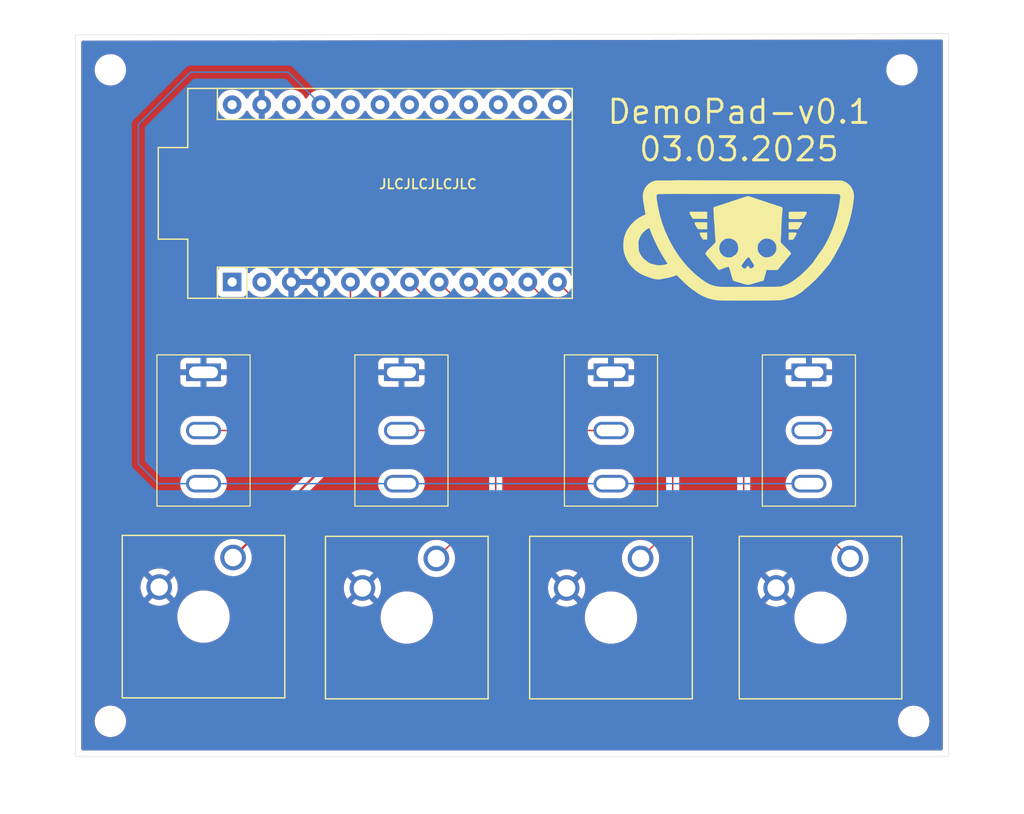
<source format=kicad_pcb>
(kicad_pcb (version 20241229) (generator "pcbnew") (generator_version "9.0")
  (layers (0 "F.Cu" signal) (4 "In1.Cu" signal) (6 "In2.Cu" signal) (2 "B.Cu" signal) (13 "F.Paste" user) (15 "B.Paste" user) (5 "F.SilkS" user "F.Silkscreen") (7 "B.SilkS" user "B.Silkscreen") (1 "F.Mask" user) (3 "B.Mask" user) (25 "Edge.Cuts" user))
  (net 0 "")
  (net 1 "GND")
  (net 2 "+5V")
  (net 3 "Net-(SW2-B)")
  (net 4 "Net-(SW3-B)")
  (net 5 "Net-(SW4-B)")
  (net 6 "Net-(SW5-B)")
  (net 7 "Net-(U1-D7)")
  (net 8 "Net-(U1-D8{slash}A8)")
  (net 9 "Net-(U1-~D5)")
  (net 10 "Net-(U1-~D3)")
  (footprint "Arduino:Sparkfun_Pro_Micro" (layer "F.Cu") (at 147.4 59 -90)
    (property "Reference" "U1" (hide yes))
    (property "Value" "Sparkfun_Pro_Micro")
    (pad "1" thru_hole rect (at 15.24 27.94 270) (size 1.6 1.6) (drill 0.8) (layers "*.Cu" "*.Mask"))
    (pad "2" thru_hole oval (at 15.24 25.4 270) (size 1.6 1.6) (drill 0.8) (layers "*.Cu" "*.Mask"))
    (pad "3" thru_hole oval (at 15.24 22.86 270) (size 1.6 1.6) (drill 0.8) (layers "*.Cu" "*.Mask") (net 1 "GND"))
    (pad "4" thru_hole oval (at 15.24 20.32 270) (size 1.6 1.6) (drill 0.8) (layers "*.Cu" "*.Mask") (net 1 "GND"))
    (pad "5" thru_hole oval (at 15.24 17.78 270) (size 1.6 1.6) (drill 0.8) (layers "*.Cu" "*.Mask") (net 5 "Net-(SW4-B)"))
    (pad "6" thru_hole oval (at 15.24 15.24 270) (size 1.6 1.6) (drill 0.8) (layers "*.Cu" "*.Mask") (net 10 "Net-(U1-~D3)"))
    (pad "7" thru_hole oval (at 15.24 12.7 270) (size 1.6 1.6) (drill 0.8) (layers "*.Cu" "*.Mask") (net 4 "Net-(SW3-B)"))
    (pad "8" thru_hole oval (at 15.24 10.16 270) (size 1.6 1.6) (drill 0.8) (layers "*.Cu" "*.Mask") (net 9 "Net-(U1-~D5)"))
    (pad "9" thru_hole oval (at 15.24 7.62 270) (size 1.6 1.6) (drill 0.8) (layers "*.Cu" "*.Mask") (net 3 "Net-(SW2-B)"))
    (pad "10" thru_hole oval (at 15.24 5.08 270) (size 1.6 1.6) (drill 0.8) (layers "*.Cu" "*.Mask") (net 7 "Net-(U1-D7)"))
    (pad "11" thru_hole oval (at 15.24 2.54 270) (size 1.6 1.6) (drill 0.8) (layers "*.Cu" "*.Mask") (net 8 "Net-(U1-D8{slash}A8)"))
    (pad "12" thru_hole oval (at 15.24 0 270) (size 1.6 1.6) (drill 0.8) (layers "*.Cu" "*.Mask") (net 6 "Net-(SW5-B)"))
    (pad "13" thru_hole oval (at 0 0 270) (size 1.6 1.6) (drill 0.8) (layers "*.Cu" "*.Mask"))
    (pad "14" thru_hole oval (at 0 2.54 270) (size 1.6 1.6) (drill 0.8) (layers "*.Cu" "*.Mask"))
    (pad "15" thru_hole oval (at 0 5.08 270) (size 1.6 1.6) (drill 0.8) (layers "*.Cu" "*.Mask"))
    (pad "16" thru_hole oval (at 0 7.62 270) (size 1.6 1.6) (drill 0.8) (layers "*.Cu" "*.Mask"))
    (pad "17" thru_hole oval (at 0 10.16 270) (size 1.6 1.6) (drill 0.8) (layers "*.Cu" "*.Mask"))
    (pad "18" thru_hole oval (at 0 12.7 270) (size 1.6 1.6) (drill 0.8) (layers "*.Cu" "*.Mask"))
    (pad "19" thru_hole oval (at 0 15.24 270) (size 1.6 1.6) (drill 0.8) (layers "*.Cu" "*.Mask"))
    (pad "20" thru_hole oval (at 0 17.78 270) (size 1.6 1.6) (drill 0.8) (layers "*.Cu" "*.Mask"))
    (pad "21" thru_hole oval (at 0 20.32 270) (size 1.6 1.6) (drill 0.8) (layers "*.Cu" "*.Mask") (net 2 "+5V"))
    (pad "22" thru_hole oval (at 0 22.86 270) (size 1.6 1.6) (drill 0.8) (layers "*.Cu" "*.Mask"))
    (pad "23" thru_hole oval (at 0 25.4 270) (size 1.6 1.6) (drill 0.8) (layers "*.Cu" "*.Mask") (net 1 "GND"))
    (pad "24" thru_hole oval (at 0 27.94 270) (size 1.6 1.6) (drill 0.8) (layers "*.Cu" "*.Mask"))
  )
  (footprint "Button_Switch_Keyboard:SW_Cherry_MX_1.50u_Plate" (layer "F.Cu") (at 119.54 97.92)
    (property "Reference" "SW11" (hide yes))
    (property "Value" "SW_Push" (hide yes))
    (pad "" np_thru_hole circle (at -2.54 5.08) (size 4 4) (drill 4) (layers "*.Cu" "*.Mask"))
    (pad "1" thru_hole circle (at 0 0) (size 2.2 2.2) (drill 1.5) (layers "*.Cu" "*.Mask") (net 10 "Net-(U1-~D3)"))
    (pad "2" thru_hole circle (at -6.35 2.54) (size 2.2 2.2) (drill 1.5) (layers "*.Cu" "*.Mask") (net 1 "GND"))
  )
  (footprint "Button_Switch_Keyboard:SW_Cherry_MX_1.50u_Plate" (layer "F.Cu") (at 154.54 98)
    (property "Reference" "SW8" (hide yes))
    (property "Value" "SW_Push" (hide yes))
    (pad "" np_thru_hole circle (at -2.54 5.08) (size 4 4) (drill 4) (layers "*.Cu" "*.Mask"))
    (pad "1" thru_hole circle (at 0 0) (size 2.2 2.2) (drill 1.5) (layers "*.Cu" "*.Mask") (net 7 "Net-(U1-D7)"))
    (pad "2" thru_hole circle (at -6.35 2.54) (size 2.2 2.2) (drill 1.5) (layers "*.Cu" "*.Mask") (net 1 "GND"))
  )
  (footprint "MountingHole:MountingHole_2.2mm_M2" (layer "F.Cu") (at 178 112)
    (property "Reference" "REF**" (hide yes))
    (property "Value" "MountingHole_2.2mm_M2")
    (pad "" np_thru_hole circle (at 0 0) (size 2.2 2.2) (drill 2.2) (layers "*.Cu" "*.Mask"))
  )
  (footprint "AEDIKO-Micro-Toggle-Switch-3-Pin-SPDT-on-on:spdt-on-on-micro-toggle-switch" (layer "F.Cu") (at 152 87 -90)
    (property "Reference" "SW2" (hide yes))
    (property "Value" "SW_SPDT")
    (pad "1" thru_hole rect (at -5 0 270) (size 1.5 3) (drill oval 1 2.5) (layers "*.Cu" "*.Mask") (net 1 "GND") (padstack (mode front_inner_back) (layer "Inner" (shape rect) (size 1.5 3)) (layer "B.Cu" (shape rect) (size 1.5 3))))
    (pad "2" thru_hole oval (at 0 0 270) (size 1.5 3) (drill oval 1 2.5) (layers "*.Cu" "*.Mask") (net 3 "Net-(SW2-B)") (padstack (mode front_inner_back) (layer "Inner" (shape oval) (size 1.5 3)) (layer "B.Cu" (shape oval) (size 1.5 3))))
    (pad "3" thru_hole oval (at 4.572 0 270) (size 1.5 3) (drill oval 1 2.5) (layers "*.Cu" "*.Mask") (net 2 "+5V") (padstack (mode front_inner_back) (layer "Inner" (shape oval) (size 1.5 3)) (layer "B.Cu" (shape oval) (size 1.5 3))))
  )
  (footprint "MountingHole:MountingHole_2.2mm_M2" (layer "F.Cu") (at 109 56)
    (property "Reference" "REF**" (hide yes))
    (property "Value" "MountingHole_2.2mm_M2")
    (pad "" np_thru_hole circle (at 0 0) (size 2.2 2.2) (drill 2.2) (layers "*.Cu" "*.Mask"))
  )
  (footprint "MountingHole:MountingHole_2.2mm_M2" (layer "F.Cu") (at 177 56)
    (property "Reference" "REF**" (hide yes))
    (property "Value" "MountingHole_2.2mm_M2")
    (pad "" np_thru_hole circle (at 0 0) (size 2.2 2.2) (drill 2.2) (layers "*.Cu" "*.Mask"))
  )
  (footprint "LOGO" (layer "F.Cu") (at 163 70.6)
    (property "Reference" "G***" (hide yes))
    (property "Value" "LOGO" (hide yes))
  )
  (footprint "Button_Switch_Keyboard:SW_Cherry_MX_1.50u_Plate" (layer "F.Cu") (at 172.54 98)
    (property "Reference" "SW9" (hide yes))
    (property "Value" "SW_Push" (hide yes))
    (pad "" np_thru_hole circle (at -2.54 5.08) (size 4 4) (drill 4) (layers "*.Cu" "*.Mask"))
    (pad "1" thru_hole circle (at 0 0) (size 2.2 2.2) (drill 1.5) (layers "*.Cu" "*.Mask") (net 8 "Net-(U1-D8{slash}A8)"))
    (pad "2" thru_hole circle (at -6.35 2.54) (size 2.2 2.2) (drill 1.5) (layers "*.Cu" "*.Mask") (net 1 "GND"))
  )
  (footprint "AEDIKO-Micro-Toggle-Switch-3-Pin-SPDT-on-on:spdt-on-on-micro-toggle-switch" (layer "F.Cu") (at 117 87 -90)
    (property "Reference" "SW4" (hide yes))
    (property "Value" "SW_SPDT")
    (pad "1" thru_hole rect (at -5 0 270) (size 1.5 3) (drill oval 1 2.5) (layers "*.Cu" "*.Mask") (net 1 "GND") (padstack (mode front_inner_back) (layer "Inner" (shape rect) (size 1.5 3)) (layer "B.Cu" (shape rect) (size 1.5 3))))
    (pad "2" thru_hole oval (at 0 0 270) (size 1.5 3) (drill oval 1 2.5) (layers "*.Cu" "*.Mask") (net 5 "Net-(SW4-B)") (padstack (mode front_inner_back) (layer "Inner" (shape oval) (size 1.5 3)) (layer "B.Cu" (shape oval) (size 1.5 3))))
    (pad "3" thru_hole oval (at 4.572 0 270) (size 1.5 3) (drill oval 1 2.5) (layers "*.Cu" "*.Mask") (net 2 "+5V") (padstack (mode front_inner_back) (layer "Inner" (shape oval) (size 1.5 3)) (layer "B.Cu" (shape oval) (size 1.5 3))))
  )
  (footprint "AEDIKO-Micro-Toggle-Switch-3-Pin-SPDT-on-on:spdt-on-on-micro-toggle-switch" (layer "F.Cu") (at 134 87 -90)
    (property "Reference" "SW3" (hide yes))
    (property "Value" "SW_SPDT")
    (pad "1" thru_hole rect (at -5 0 270) (size 1.5 3) (drill oval 1 2.5) (layers "*.Cu" "*.Mask") (net 1 "GND") (padstack (mode front_inner_back) (layer "Inner" (shape rect) (size 1.5 3)) (layer "B.Cu" (shape rect) (size 1.5 3))))
    (pad "2" thru_hole oval (at 0 0 270) (size 1.5 3) (drill oval 1 2.5) (layers "*.Cu" "*.Mask") (net 4 "Net-(SW3-B)") (padstack (mode front_inner_back) (layer "Inner" (shape oval) (size 1.5 3)) (layer "B.Cu" (shape oval) (size 1.5 3))))
    (pad "3" thru_hole oval (at 4.572 0 270) (size 1.5 3) (drill oval 1 2.5) (layers "*.Cu" "*.Mask") (net 2 "+5V") (padstack (mode front_inner_back) (layer "Inner" (shape oval) (size 1.5 3)) (layer "B.Cu" (shape oval) (size 1.5 3))))
  )
  (footprint "MountingHole:MountingHole_2.2mm_M2" (layer "F.Cu") (at 109 112)
    (property "Reference" "REF**" (hide yes))
    (property "Value" "MountingHole_2.2mm_M2")
    (pad "" np_thru_hole circle (at 0 0) (size 2.2 2.2) (drill 2.2) (layers "*.Cu" "*.Mask"))
  )
  (footprint "Button_Switch_Keyboard:SW_Cherry_MX_1.50u_Plate" (layer "F.Cu") (at 137 98)
    (property "Reference" "SW10" (hide yes))
    (property "Value" "SW_Push" (hide yes))
    (pad "" np_thru_hole circle (at -2.54 5.08) (size 4 4) (drill 4) (layers "*.Cu" "*.Mask"))
    (pad "1" thru_hole circle (at 0 0) (size 2.2 2.2) (drill 1.5) (layers "*.Cu" "*.Mask") (net 9 "Net-(U1-~D5)"))
    (pad "2" thru_hole circle (at -6.35 2.54) (size 2.2 2.2) (drill 1.5) (layers "*.Cu" "*.Mask") (net 1 "GND"))
  )
  (footprint "AEDIKO-Micro-Toggle-Switch-3-Pin-SPDT-on-on:spdt-on-on-micro-toggle-switch" (layer "F.Cu") (at 169 87 -90)
    (property "Reference" "SW5" (hide yes))
    (property "Value" "SW_SPDT")
    (pad "1" thru_hole rect (at -5 0 270) (size 1.5 3) (drill oval 1 2.5) (layers "*.Cu" "*.Mask") (net 1 "GND") (padstack (mode front_inner_back) (layer "Inner" (shape rect) (size 1.5 3)) (layer "B.Cu" (shape rect) (size 1.5 3))))
    (pad "2" thru_hole oval (at 0 0 270) (size 1.5 3) (drill oval 1 2.5) (layers "*.Cu" "*.Mask") (net 6 "Net-(SW5-B)") (padstack (mode front_inner_back) (layer "Inner" (shape oval) (size 1.5 3)) (layer "B.Cu" (shape oval) (size 1.5 3))))
    (pad "3" thru_hole oval (at 4.572 0 270) (size 1.5 3) (drill oval 1 2.5) (layers "*.Cu" "*.Mask") (net 2 "+5V") (padstack (mode front_inner_back) (layer "Inner" (shape oval) (size 1.5 3)) (layer "B.Cu" (shape oval) (size 1.5 3))))
  )
  (gr_line (start 181 115) (end 181 52.9) (stroke (width 0.0381)) (layer "Edge.Cuts"))
  (gr_line (start 106 53) (end 106 115) (stroke (width 0.0381)) (layer "Edge.Cuts"))
  (gr_line (start 106 115) (end 181 115) (stroke (width 0.0381)) (layer "Edge.Cuts"))
  (gr_line (start 106 53) (end 181 52.9) (stroke (width 0.0381)) (layer "Edge.Cuts"))
  (gr_text "DemoPad-v0.1\n03.03.2025" (at 163 64 0) (layer "F.SilkS") (effects (font (size 2 2) (thickness 0.25)) (justify bottom)))
  (gr_text "JLCJLCJLCJLC" (at 132 66.3 0) (layer "F.SilkS") (effects (font (size 0.8128 0.8128) (thickness 0.1524) (bold yes)) (justify left bottom)))
  (segment (start 111.4 89.872) (end 111.4 60.7) (width 0.127) (layer "B.Cu") (net 2))
  (segment (start 113.1 91.572) (end 111.4 89.872) (width 0.127) (layer "B.Cu") (net 2))
  (segment (start 134 91.572) (end 152 91.572) (width 0.127) (layer "B.Cu") (net 2))
  (segment (start 111.4 60.7) (end 115.9 56.2) (width 0.127) (layer "B.Cu") (net 2))
  (segment (start 115.9 56.2) (end 124.28 56.2) (width 0.127) (layer "B.Cu") (net 2))
  (segment (start 124.28 56.2) (end 127.08 59) (width 0.127) (layer "B.Cu") (net 2))
  (segment (start 117 91.572) (end 113.1 91.572) (width 0.127) (layer "B.Cu") (net 2))
  (segment (start 152 91.572) (end 169 91.572) (width 0.127) (layer "B.Cu") (net 2))
  (segment (start 117 91.572) (end 134 91.572) (width 0.127) (layer "B.Cu") (net 2))
  (segment (start 139.78 74.24) (end 144.2 78.66) (width 0.127) (layer "F.Cu") (net 3))
  (segment (start 144.2 78.66) (end 144.2 84.7) (width 0.127) (layer "F.Cu") (net 3))
  (segment (start 144.2 84.7) (end 146.5 87) (width 0.127) (layer "F.Cu") (net 3))
  (segment (start 146.5 87) (end 152 87) (width 0.127) (layer "F.Cu") (net 3))
  (segment (start 138.2 87) (end 140 85.2) (width 0.127) (layer "F.Cu") (net 4))
  (segment (start 140 85.2) (end 140 79.6) (width 0.127) (layer "F.Cu") (net 4))
  (segment (start 140 79.54) (end 134.7 74.24) (width 0.127) (layer "F.Cu") (net 4))
  (segment (start 140 79.6) (end 140 79.54) (width 0.127) (layer "F.Cu") (net 4))
  (segment (start 134 87) (end 138.2 87) (width 0.127) (layer "F.Cu") (net 4))
  (segment (start 129.62 76.38) (end 129.62 74.24) (width 0.127) (layer "F.Cu") (net 5))
  (segment (start 126.3 79.7) (end 129.62 76.38) (width 0.127) (layer "F.Cu") (net 5))
  (segment (start 121.5 87) (end 126.3 82.2) (width 0.127) (layer "F.Cu") (net 5))
  (segment (start 126.3 79.9) (end 126.3 79.7) (width 0.127) (layer "F.Cu") (net 5))
  (segment (start 126.3 82.2) (end 126.3 79.9) (width 0.127) (layer "F.Cu") (net 5))
  (segment (start 117 87) (end 121.5 87) (width 0.127) (layer "F.Cu") (net 5))
  (segment (start 171.3 76.9) (end 174.4 80) (width 0.127) (layer "F.Cu") (net 6))
  (segment (start 173.6 87) (end 169 87) (width 0.127) (layer "F.Cu") (net 6))
  (segment (start 174.4 80) (end 174.4 86.2) (width 0.127) (layer "F.Cu") (net 6))
  (segment (start 150.06 76.9) (end 171.3 76.9) (width 0.127) (layer "F.Cu") (net 6))
  (segment (start 174.4 86.2) (end 173.6 87) (width 0.127) (layer "F.Cu") (net 6))
  (segment (start 147.4 74.24) (end 150.06 76.9) (width 0.127) (layer "F.Cu") (net 6))
  (segment (start 157.3 80.8) (end 157.3 95.24) (width 0.127) (layer "F.Cu") (net 7))
  (segment (start 156.1 79.6) (end 157.3 80.8) (width 0.127) (layer "F.Cu") (net 7))
  (segment (start 157.3 95.24) (end 154.54 98) (width 0.127) (layer "F.Cu") (net 7))
  (segment (start 147.68 79.6) (end 156.1 79.6) (width 0.127) (layer "F.Cu") (net 7))
  (segment (start 142.32 74.24) (end 147.68 79.6) (width 0.127) (layer "F.Cu") (net 7))
  (segment (start 163.4 93.3) (end 163.4 84.1) (width 0.127) (layer "F.Cu") (net 8))
  (segment (start 164.9 94.8) (end 163.4 93.3) (width 0.127) (layer "F.Cu") (net 8))
  (segment (start 157.7 78.4) (end 163.4 84.1) (width 0.127) (layer "F.Cu") (net 8))
  (segment (start 149.02 78.4) (end 157.7 78.4) (width 0.127) (layer "F.Cu") (net 8))
  (segment (start 144.86 74.24) (end 149.02 78.4) (width 0.127) (layer "F.Cu") (net 8))
  (segment (start 169.34 94.8) (end 164.9 94.8) (width 0.127) (layer "F.Cu") (net 8))
  (segment (start 172.54 98) (end 169.34 94.8) (width 0.127) (layer "F.Cu") (net 8))
  (segment (start 142.1 92.9) (end 137 98) (width 0.127) (layer "F.Cu") (net 9))
  (segment (start 142.1 79.1) (end 142.1 92.9) (width 0.127) (layer "F.Cu") (net 9))
  (segment (start 137.24 74.24) (end 142.1 79.1) (width 0.127) (layer "F.Cu") (net 9))
  (segment (start 119.54 97.92) (end 128.1 89.36) (width 0.2) (layer "F.Cu") (net 10))
  (segment (start 128.1 80.9) (end 132.16 76.84) (width 0.2) (layer "F.Cu") (net 10))
  (segment (start 132.16 76.84) (end 132.16 74.24) (width 0.2) (layer "F.Cu") (net 10))
  (segment (start 128.1 89.36) (end 128.1 80.9) (width 0.2) (layer "F.Cu") (net 10))
  (zone (net 1) (net_name "GND") (layers "F.Cu" "B.Cu") (connect_pads (clearance 0.5)) (min_thickness 0.25) (fill yes (thermal_gap 0.5) (thermal_bridge_width 0.5))
    (polygon (pts (xy 100 50) (xy 100 120) (xy 185 120) (xy 185 50)))
  )
)
</source>
